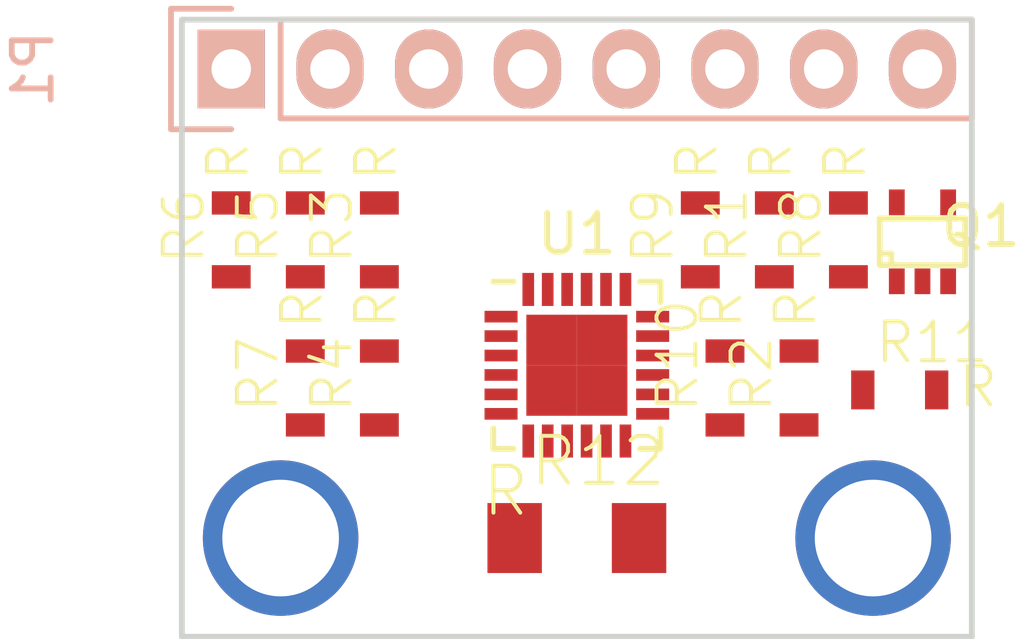
<source format=kicad_pcb>
(kicad_pcb (version 4) (host pcbnew 4.0.7)

  (general
    (links 0)
    (no_connects 0)
    (area -0.075001 -0.075001 20.395001 15.950001)
    (thickness 1.6)
    (drawings 4)
    (tracks 2)
    (zones 0)
    (modules 15)
    (nets 1)
  )

  (page A4)
  (layers
    (0 F.Cu signal)
    (31 B.Cu signal)
    (32 B.Adhes user)
    (33 F.Adhes user)
    (34 B.Paste user)
    (35 F.Paste user)
    (36 B.SilkS user)
    (37 F.SilkS user)
    (38 B.Mask user)
    (39 F.Mask user)
    (40 Dwgs.User user)
    (41 Cmts.User user)
    (42 Eco1.User user)
    (43 Eco2.User user)
    (44 Edge.Cuts user)
    (45 Margin user)
    (46 B.CrtYd user)
    (47 F.CrtYd user)
    (48 B.Fab user)
    (49 F.Fab user)
  )

  (setup
    (last_trace_width 0.25)
    (user_trace_width 0.5)
    (user_trace_width 1)
    (trace_clearance 0.2)
    (zone_clearance 0.4)
    (zone_45_only no)
    (trace_min 0.2)
    (segment_width 0.2)
    (edge_width 0.15)
    (via_size 0.6)
    (via_drill 0.4)
    (via_min_size 0.4)
    (via_min_drill 0.3)
    (user_via 1.2 0.8)
    (user_via 4 3)
    (uvia_size 0.3)
    (uvia_drill 0.1)
    (uvias_allowed no)
    (uvia_min_size 0.2)
    (uvia_min_drill 0.1)
    (pcb_text_width 0.3)
    (pcb_text_size 1.5 1.5)
    (mod_edge_width 0.15)
    (mod_text_size 1 1)
    (mod_text_width 0.15)
    (pad_size 1.524 1.524)
    (pad_drill 0.762)
    (pad_to_mask_clearance 0.2)
    (aux_axis_origin 0 0)
    (visible_elements 7FFCFFFF)
    (pcbplotparams
      (layerselection 0x00030_80000001)
      (usegerberextensions false)
      (excludeedgelayer true)
      (linewidth 0.100000)
      (plotframeref false)
      (viasonmask false)
      (mode 1)
      (useauxorigin false)
      (hpglpennumber 1)
      (hpglpenspeed 20)
      (hpglpendiameter 15)
      (hpglpenoverlay 2)
      (psnegative false)
      (psa4output false)
      (plotreference true)
      (plotvalue true)
      (plotinvisibletext false)
      (padsonsilk false)
      (subtractmaskfromsilk false)
      (outputformat 1)
      (mirror false)
      (drillshape 1)
      (scaleselection 1)
      (outputdirectory ""))
  )

  (net 0 "")

  (net_class Default "これは標準のネット クラスです。"
    (clearance 0.2)
    (trace_width 0.25)
    (via_dia 0.6)
    (via_drill 0.4)
    (uvia_dia 0.3)
    (uvia_drill 0.1)
  )

  (module Pin_Headers:Pin_Header_Straight_1x08 (layer B.Cu) (tedit 0) (tstamp 59E47BD6)
    (at 1.27 1.27 270)
    (descr "Through hole pin header")
    (tags "pin header")
    (path /59E47AEF)
    (fp_text reference P1 (at 0 5.1 270) (layer B.SilkS)
      (effects (font (size 1 1) (thickness 0.15)) (justify mirror))
    )
    (fp_text value CONN_01X08 (at 0 3.1 270) (layer B.Fab)
      (effects (font (size 1 1) (thickness 0.15)) (justify mirror))
    )
    (fp_line (start -1.75 1.75) (end -1.75 -19.55) (layer B.CrtYd) (width 0.05))
    (fp_line (start 1.75 1.75) (end 1.75 -19.55) (layer B.CrtYd) (width 0.05))
    (fp_line (start -1.75 1.75) (end 1.75 1.75) (layer B.CrtYd) (width 0.05))
    (fp_line (start -1.75 -19.55) (end 1.75 -19.55) (layer B.CrtYd) (width 0.05))
    (fp_line (start 1.27 -1.27) (end 1.27 -19.05) (layer B.SilkS) (width 0.15))
    (fp_line (start 1.27 -19.05) (end -1.27 -19.05) (layer B.SilkS) (width 0.15))
    (fp_line (start -1.27 -19.05) (end -1.27 -1.27) (layer B.SilkS) (width 0.15))
    (fp_line (start 1.55 1.55) (end 1.55 0) (layer B.SilkS) (width 0.15))
    (fp_line (start 1.27 -1.27) (end -1.27 -1.27) (layer B.SilkS) (width 0.15))
    (fp_line (start -1.55 0) (end -1.55 1.55) (layer B.SilkS) (width 0.15))
    (fp_line (start -1.55 1.55) (end 1.55 1.55) (layer B.SilkS) (width 0.15))
    (pad 1 thru_hole rect (at 0 0 270) (size 2.032 1.7272) (drill 1.016) (layers *.Cu *.Mask B.SilkS))
    (pad 2 thru_hole oval (at 0 -2.54 270) (size 2.032 1.7272) (drill 1.016) (layers *.Cu *.Mask B.SilkS))
    (pad 3 thru_hole oval (at 0 -5.08 270) (size 2.032 1.7272) (drill 1.016) (layers *.Cu *.Mask B.SilkS))
    (pad 4 thru_hole oval (at 0 -7.62 270) (size 2.032 1.7272) (drill 1.016) (layers *.Cu *.Mask B.SilkS))
    (pad 5 thru_hole oval (at 0 -10.16 270) (size 2.032 1.7272) (drill 1.016) (layers *.Cu *.Mask B.SilkS))
    (pad 6 thru_hole oval (at 0 -12.7 270) (size 2.032 1.7272) (drill 1.016) (layers *.Cu *.Mask B.SilkS))
    (pad 7 thru_hole oval (at 0 -15.24 270) (size 2.032 1.7272) (drill 1.016) (layers *.Cu *.Mask B.SilkS))
    (pad 8 thru_hole oval (at 0 -17.78 270) (size 2.032 1.7272) (drill 1.016) (layers *.Cu *.Mask B.SilkS))
    (model Pin_Headers.3dshapes/Pin_Header_Straight_1x08.wrl
      (at (xyz 0 -0.35 0))
      (scale (xyz 1 1 1))
      (rotate (xyz 0 0 90))
    )
  )

  (module TO_SOT_Packages_SMD:SC-70-5 (layer F.Cu) (tedit 0) (tstamp 59E47BDF)
    (at 19.05 5.715)
    (descr "SC70-5 SOT323-5")
    (path /59E47DFA)
    (attr smd)
    (fp_text reference Q1 (at 1.5 -0.4) (layer F.SilkS)
      (effects (font (size 1 1) (thickness 0.15)))
    )
    (fp_text value FET_N (at 2.2 0.3) (layer F.Fab)
      (effects (font (size 1 1) (thickness 0.15)))
    )
    (fp_line (start -1.1 0.3) (end -0.8 0.3) (layer F.SilkS) (width 0.15))
    (fp_line (start -0.8 0.3) (end -0.8 0.6) (layer F.SilkS) (width 0.15))
    (fp_line (start 1.1 -0.6) (end -1.1 -0.6) (layer F.SilkS) (width 0.15))
    (fp_line (start -1.1 -0.6) (end -1.1 0.6) (layer F.SilkS) (width 0.15))
    (fp_line (start -1.1 0.6) (end 1.1 0.6) (layer F.SilkS) (width 0.15))
    (fp_line (start 1.1 0.6) (end 1.1 -0.6) (layer F.SilkS) (width 0.15))
    (pad 1 smd rect (at -0.6604 1.016) (size 0.4064 0.6604) (layers F.Cu F.Paste F.Mask))
    (pad 3 smd rect (at 0.6604 1.016) (size 0.4064 0.6604) (layers F.Cu F.Paste F.Mask))
    (pad 2 smd rect (at 0 1.016) (size 0.4064 0.6604) (layers F.Cu F.Paste F.Mask))
    (pad 4 smd rect (at 0.6604 -1.016) (size 0.4064 0.6604) (layers F.Cu F.Paste F.Mask))
    (pad 5 smd rect (at -0.6604 -1.016) (size 0.4064 0.6604) (layers F.Cu F.Paste F.Mask))
    (model TO_SOT_Packages_SMD.3dshapes/SC-70-5.wrl
      (at (xyz 0 0 0))
      (scale (xyz 1 1 1))
      (rotate (xyz 0 0 0))
    )
  )

  (module RP_KiCAD_Libs:C1608_WP_S (layer F.Cu) (tedit 59BA34C4) (tstamp 59E47BE5)
    (at 15.24 5.715 90)
    (descr <b>CAPACITOR</b>)
    (path /59E47BFC)
    (fp_text reference R1 (at -0.635 -0.635 90) (layer F.SilkS)
      (effects (font (size 1 1) (thickness 0.1)) (justify left bottom))
    )
    (fp_text value R (at 1.5 0.5 90) (layer F.SilkS)
      (effects (font (size 1 1) (thickness 0.1)) (justify left bottom))
    )
    (fp_line (start -0.356 -0.432) (end 0.356 -0.432) (layer Dwgs.User) (width 0.1016))
    (fp_line (start -0.356 0.419) (end 0.356 0.419) (layer Dwgs.User) (width 0.1016))
    (fp_poly (pts (xy -0.8382 0.4699) (xy -0.3381 0.4699) (xy -0.3381 -0.4801) (xy -0.8382 -0.4801)) (layer Dwgs.User) (width 0))
    (fp_poly (pts (xy 0.3302 0.4699) (xy 0.8303 0.4699) (xy 0.8303 -0.4801) (xy 0.3302 -0.4801)) (layer Dwgs.User) (width 0))
    (fp_poly (pts (xy -0.1999 0.3) (xy 0.1999 0.3) (xy 0.1999 -0.3) (xy -0.1999 -0.3)) (layer F.Adhes) (width 0))
    (pad 1 smd rect (at -0.9 0 90) (size 0.6 1) (layers F.Cu F.Paste F.Mask))
    (pad 2 smd rect (at 1 0 90) (size 0.6 1) (layers F.Cu F.Paste F.Mask))
    (model Resistors_SMD.3dshapes/R_0603.wrl
      (at (xyz 0 0 0))
      (scale (xyz 1 1 1))
      (rotate (xyz 0 0 0))
    )
  )

  (module RP_KiCAD_Libs:C1608_WP_S (layer F.Cu) (tedit 59BA34C4) (tstamp 59E47BEB)
    (at 15.875 9.525 90)
    (descr <b>CAPACITOR</b>)
    (path /59E47D37)
    (fp_text reference R2 (at -0.635 -0.635 90) (layer F.SilkS)
      (effects (font (size 1 1) (thickness 0.1)) (justify left bottom))
    )
    (fp_text value R (at 1.5 0.5 90) (layer F.SilkS)
      (effects (font (size 1 1) (thickness 0.1)) (justify left bottom))
    )
    (fp_line (start -0.356 -0.432) (end 0.356 -0.432) (layer Dwgs.User) (width 0.1016))
    (fp_line (start -0.356 0.419) (end 0.356 0.419) (layer Dwgs.User) (width 0.1016))
    (fp_poly (pts (xy -0.8382 0.4699) (xy -0.3381 0.4699) (xy -0.3381 -0.4801) (xy -0.8382 -0.4801)) (layer Dwgs.User) (width 0))
    (fp_poly (pts (xy 0.3302 0.4699) (xy 0.8303 0.4699) (xy 0.8303 -0.4801) (xy 0.3302 -0.4801)) (layer Dwgs.User) (width 0))
    (fp_poly (pts (xy -0.1999 0.3) (xy 0.1999 0.3) (xy 0.1999 -0.3) (xy -0.1999 -0.3)) (layer F.Adhes) (width 0))
    (pad 1 smd rect (at -0.9 0 90) (size 0.6 1) (layers F.Cu F.Paste F.Mask))
    (pad 2 smd rect (at 1 0 90) (size 0.6 1) (layers F.Cu F.Paste F.Mask))
    (model Resistors_SMD.3dshapes/R_0603.wrl
      (at (xyz 0 0 0))
      (scale (xyz 1 1 1))
      (rotate (xyz 0 0 0))
    )
  )

  (module RP_KiCAD_Libs:C1608_WP_S (layer F.Cu) (tedit 59BA34C4) (tstamp 59E47BF1)
    (at 5.08 5.715 90)
    (descr <b>CAPACITOR</b>)
    (path /59E47D6D)
    (fp_text reference R3 (at -0.635 -0.635 90) (layer F.SilkS)
      (effects (font (size 1 1) (thickness 0.1)) (justify left bottom))
    )
    (fp_text value R (at 1.5 0.5 90) (layer F.SilkS)
      (effects (font (size 1 1) (thickness 0.1)) (justify left bottom))
    )
    (fp_line (start -0.356 -0.432) (end 0.356 -0.432) (layer Dwgs.User) (width 0.1016))
    (fp_line (start -0.356 0.419) (end 0.356 0.419) (layer Dwgs.User) (width 0.1016))
    (fp_poly (pts (xy -0.8382 0.4699) (xy -0.3381 0.4699) (xy -0.3381 -0.4801) (xy -0.8382 -0.4801)) (layer Dwgs.User) (width 0))
    (fp_poly (pts (xy 0.3302 0.4699) (xy 0.8303 0.4699) (xy 0.8303 -0.4801) (xy 0.3302 -0.4801)) (layer Dwgs.User) (width 0))
    (fp_poly (pts (xy -0.1999 0.3) (xy 0.1999 0.3) (xy 0.1999 -0.3) (xy -0.1999 -0.3)) (layer F.Adhes) (width 0))
    (pad 1 smd rect (at -0.9 0 90) (size 0.6 1) (layers F.Cu F.Paste F.Mask))
    (pad 2 smd rect (at 1 0 90) (size 0.6 1) (layers F.Cu F.Paste F.Mask))
    (model Resistors_SMD.3dshapes/R_0603.wrl
      (at (xyz 0 0 0))
      (scale (xyz 1 1 1))
      (rotate (xyz 0 0 0))
    )
  )

  (module RP_KiCAD_Libs:C1608_WP_S (layer F.Cu) (tedit 59BA34C4) (tstamp 59E47BF7)
    (at 5.08 9.525 90)
    (descr <b>CAPACITOR</b>)
    (path /59E47C2C)
    (fp_text reference R4 (at -0.635 -0.635 90) (layer F.SilkS)
      (effects (font (size 1 1) (thickness 0.1)) (justify left bottom))
    )
    (fp_text value R (at 1.5 0.5 90) (layer F.SilkS)
      (effects (font (size 1 1) (thickness 0.1)) (justify left bottom))
    )
    (fp_line (start -0.356 -0.432) (end 0.356 -0.432) (layer Dwgs.User) (width 0.1016))
    (fp_line (start -0.356 0.419) (end 0.356 0.419) (layer Dwgs.User) (width 0.1016))
    (fp_poly (pts (xy -0.8382 0.4699) (xy -0.3381 0.4699) (xy -0.3381 -0.4801) (xy -0.8382 -0.4801)) (layer Dwgs.User) (width 0))
    (fp_poly (pts (xy 0.3302 0.4699) (xy 0.8303 0.4699) (xy 0.8303 -0.4801) (xy 0.3302 -0.4801)) (layer Dwgs.User) (width 0))
    (fp_poly (pts (xy -0.1999 0.3) (xy 0.1999 0.3) (xy 0.1999 -0.3) (xy -0.1999 -0.3)) (layer F.Adhes) (width 0))
    (pad 1 smd rect (at -0.9 0 90) (size 0.6 1) (layers F.Cu F.Paste F.Mask))
    (pad 2 smd rect (at 1 0 90) (size 0.6 1) (layers F.Cu F.Paste F.Mask))
    (model Resistors_SMD.3dshapes/R_0603.wrl
      (at (xyz 0 0 0))
      (scale (xyz 1 1 1))
      (rotate (xyz 0 0 0))
    )
  )

  (module RP_KiCAD_Libs:C1608_WP_S (layer F.Cu) (tedit 59BA34C4) (tstamp 59E47BFD)
    (at 3.175 5.715 90)
    (descr <b>CAPACITOR</b>)
    (path /59E47D3D)
    (fp_text reference R5 (at -0.635 -0.635 90) (layer F.SilkS)
      (effects (font (size 1 1) (thickness 0.1)) (justify left bottom))
    )
    (fp_text value R (at 1.5 0.5 90) (layer F.SilkS)
      (effects (font (size 1 1) (thickness 0.1)) (justify left bottom))
    )
    (fp_line (start -0.356 -0.432) (end 0.356 -0.432) (layer Dwgs.User) (width 0.1016))
    (fp_line (start -0.356 0.419) (end 0.356 0.419) (layer Dwgs.User) (width 0.1016))
    (fp_poly (pts (xy -0.8382 0.4699) (xy -0.3381 0.4699) (xy -0.3381 -0.4801) (xy -0.8382 -0.4801)) (layer Dwgs.User) (width 0))
    (fp_poly (pts (xy 0.3302 0.4699) (xy 0.8303 0.4699) (xy 0.8303 -0.4801) (xy 0.3302 -0.4801)) (layer Dwgs.User) (width 0))
    (fp_poly (pts (xy -0.1999 0.3) (xy 0.1999 0.3) (xy 0.1999 -0.3) (xy -0.1999 -0.3)) (layer F.Adhes) (width 0))
    (pad 1 smd rect (at -0.9 0 90) (size 0.6 1) (layers F.Cu F.Paste F.Mask))
    (pad 2 smd rect (at 1 0 90) (size 0.6 1) (layers F.Cu F.Paste F.Mask))
    (model Resistors_SMD.3dshapes/R_0603.wrl
      (at (xyz 0 0 0))
      (scale (xyz 1 1 1))
      (rotate (xyz 0 0 0))
    )
  )

  (module RP_KiCAD_Libs:C1608_WP_S (layer F.Cu) (tedit 59BA34C4) (tstamp 59E47C03)
    (at 1.27 5.715 90)
    (descr <b>CAPACITOR</b>)
    (path /59E47DB6)
    (fp_text reference R6 (at -0.635 -0.635 90) (layer F.SilkS)
      (effects (font (size 1 1) (thickness 0.1)) (justify left bottom))
    )
    (fp_text value R (at 1.5 0.5 90) (layer F.SilkS)
      (effects (font (size 1 1) (thickness 0.1)) (justify left bottom))
    )
    (fp_line (start -0.356 -0.432) (end 0.356 -0.432) (layer Dwgs.User) (width 0.1016))
    (fp_line (start -0.356 0.419) (end 0.356 0.419) (layer Dwgs.User) (width 0.1016))
    (fp_poly (pts (xy -0.8382 0.4699) (xy -0.3381 0.4699) (xy -0.3381 -0.4801) (xy -0.8382 -0.4801)) (layer Dwgs.User) (width 0))
    (fp_poly (pts (xy 0.3302 0.4699) (xy 0.8303 0.4699) (xy 0.8303 -0.4801) (xy 0.3302 -0.4801)) (layer Dwgs.User) (width 0))
    (fp_poly (pts (xy -0.1999 0.3) (xy 0.1999 0.3) (xy 0.1999 -0.3) (xy -0.1999 -0.3)) (layer F.Adhes) (width 0))
    (pad 1 smd rect (at -0.9 0 90) (size 0.6 1) (layers F.Cu F.Paste F.Mask))
    (pad 2 smd rect (at 1 0 90) (size 0.6 1) (layers F.Cu F.Paste F.Mask))
    (model Resistors_SMD.3dshapes/R_0603.wrl
      (at (xyz 0 0 0))
      (scale (xyz 1 1 1))
      (rotate (xyz 0 0 0))
    )
  )

  (module RP_KiCAD_Libs:C1608_WP_S (layer F.Cu) (tedit 59BA34C4) (tstamp 59E47C09)
    (at 3.175 9.525 90)
    (descr <b>CAPACITOR</b>)
    (path /59E47C54)
    (fp_text reference R7 (at -0.635 -0.635 90) (layer F.SilkS)
      (effects (font (size 1 1) (thickness 0.1)) (justify left bottom))
    )
    (fp_text value R (at 1.5 0.5 90) (layer F.SilkS)
      (effects (font (size 1 1) (thickness 0.1)) (justify left bottom))
    )
    (fp_line (start -0.356 -0.432) (end 0.356 -0.432) (layer Dwgs.User) (width 0.1016))
    (fp_line (start -0.356 0.419) (end 0.356 0.419) (layer Dwgs.User) (width 0.1016))
    (fp_poly (pts (xy -0.8382 0.4699) (xy -0.3381 0.4699) (xy -0.3381 -0.4801) (xy -0.8382 -0.4801)) (layer Dwgs.User) (width 0))
    (fp_poly (pts (xy 0.3302 0.4699) (xy 0.8303 0.4699) (xy 0.8303 -0.4801) (xy 0.3302 -0.4801)) (layer Dwgs.User) (width 0))
    (fp_poly (pts (xy -0.1999 0.3) (xy 0.1999 0.3) (xy 0.1999 -0.3) (xy -0.1999 -0.3)) (layer F.Adhes) (width 0))
    (pad 1 smd rect (at -0.9 0 90) (size 0.6 1) (layers F.Cu F.Paste F.Mask))
    (pad 2 smd rect (at 1 0 90) (size 0.6 1) (layers F.Cu F.Paste F.Mask))
    (model Resistors_SMD.3dshapes/R_0603.wrl
      (at (xyz 0 0 0))
      (scale (xyz 1 1 1))
      (rotate (xyz 0 0 0))
    )
  )

  (module RP_KiCAD_Libs:C1608_WP_S (layer F.Cu) (tedit 59BA34C4) (tstamp 59E47C0F)
    (at 17.145 5.715 90)
    (descr <b>CAPACITOR</b>)
    (path /59E47D43)
    (fp_text reference R8 (at -0.635 -0.635 90) (layer F.SilkS)
      (effects (font (size 1 1) (thickness 0.1)) (justify left bottom))
    )
    (fp_text value R (at 1.5 0.5 90) (layer F.SilkS)
      (effects (font (size 1 1) (thickness 0.1)) (justify left bottom))
    )
    (fp_line (start -0.356 -0.432) (end 0.356 -0.432) (layer Dwgs.User) (width 0.1016))
    (fp_line (start -0.356 0.419) (end 0.356 0.419) (layer Dwgs.User) (width 0.1016))
    (fp_poly (pts (xy -0.8382 0.4699) (xy -0.3381 0.4699) (xy -0.3381 -0.4801) (xy -0.8382 -0.4801)) (layer Dwgs.User) (width 0))
    (fp_poly (pts (xy 0.3302 0.4699) (xy 0.8303 0.4699) (xy 0.8303 -0.4801) (xy 0.3302 -0.4801)) (layer Dwgs.User) (width 0))
    (fp_poly (pts (xy -0.1999 0.3) (xy 0.1999 0.3) (xy 0.1999 -0.3) (xy -0.1999 -0.3)) (layer F.Adhes) (width 0))
    (pad 1 smd rect (at -0.9 0 90) (size 0.6 1) (layers F.Cu F.Paste F.Mask))
    (pad 2 smd rect (at 1 0 90) (size 0.6 1) (layers F.Cu F.Paste F.Mask))
    (model Resistors_SMD.3dshapes/R_0603.wrl
      (at (xyz 0 0 0))
      (scale (xyz 1 1 1))
      (rotate (xyz 0 0 0))
    )
  )

  (module RP_KiCAD_Libs:C1608_WP_S (layer F.Cu) (tedit 59BA34C4) (tstamp 59E47C15)
    (at 13.335 5.715 90)
    (descr <b>CAPACITOR</b>)
    (path /59E47C81)
    (fp_text reference R9 (at -0.635 -0.635 90) (layer F.SilkS)
      (effects (font (size 1 1) (thickness 0.1)) (justify left bottom))
    )
    (fp_text value R (at 1.5 0.5 90) (layer F.SilkS)
      (effects (font (size 1 1) (thickness 0.1)) (justify left bottom))
    )
    (fp_line (start -0.356 -0.432) (end 0.356 -0.432) (layer Dwgs.User) (width 0.1016))
    (fp_line (start -0.356 0.419) (end 0.356 0.419) (layer Dwgs.User) (width 0.1016))
    (fp_poly (pts (xy -0.8382 0.4699) (xy -0.3381 0.4699) (xy -0.3381 -0.4801) (xy -0.8382 -0.4801)) (layer Dwgs.User) (width 0))
    (fp_poly (pts (xy 0.3302 0.4699) (xy 0.8303 0.4699) (xy 0.8303 -0.4801) (xy 0.3302 -0.4801)) (layer Dwgs.User) (width 0))
    (fp_poly (pts (xy -0.1999 0.3) (xy 0.1999 0.3) (xy 0.1999 -0.3) (xy -0.1999 -0.3)) (layer F.Adhes) (width 0))
    (pad 1 smd rect (at -0.9 0 90) (size 0.6 1) (layers F.Cu F.Paste F.Mask))
    (pad 2 smd rect (at 1 0 90) (size 0.6 1) (layers F.Cu F.Paste F.Mask))
    (model Resistors_SMD.3dshapes/R_0603.wrl
      (at (xyz 0 0 0))
      (scale (xyz 1 1 1))
      (rotate (xyz 0 0 0))
    )
  )

  (module RP_KiCAD_Libs:C1608_WP_S (layer F.Cu) (tedit 59BA34C4) (tstamp 59E47C1B)
    (at 13.97 9.525 90)
    (descr <b>CAPACITOR</b>)
    (path /59E47D49)
    (fp_text reference R10 (at -0.635 -0.635 90) (layer F.SilkS)
      (effects (font (size 1 1) (thickness 0.1)) (justify left bottom))
    )
    (fp_text value R (at 1.5 0.5 90) (layer F.SilkS)
      (effects (font (size 1 1) (thickness 0.1)) (justify left bottom))
    )
    (fp_line (start -0.356 -0.432) (end 0.356 -0.432) (layer Dwgs.User) (width 0.1016))
    (fp_line (start -0.356 0.419) (end 0.356 0.419) (layer Dwgs.User) (width 0.1016))
    (fp_poly (pts (xy -0.8382 0.4699) (xy -0.3381 0.4699) (xy -0.3381 -0.4801) (xy -0.8382 -0.4801)) (layer Dwgs.User) (width 0))
    (fp_poly (pts (xy 0.3302 0.4699) (xy 0.8303 0.4699) (xy 0.8303 -0.4801) (xy 0.3302 -0.4801)) (layer Dwgs.User) (width 0))
    (fp_poly (pts (xy -0.1999 0.3) (xy 0.1999 0.3) (xy 0.1999 -0.3) (xy -0.1999 -0.3)) (layer F.Adhes) (width 0))
    (pad 1 smd rect (at -0.9 0 90) (size 0.6 1) (layers F.Cu F.Paste F.Mask))
    (pad 2 smd rect (at 1 0 90) (size 0.6 1) (layers F.Cu F.Paste F.Mask))
    (model Resistors_SMD.3dshapes/R_0603.wrl
      (at (xyz 0 0 0))
      (scale (xyz 1 1 1))
      (rotate (xyz 0 0 0))
    )
  )

  (module RP_KiCAD_Libs:C1608_WP_S (layer F.Cu) (tedit 59BA34C4) (tstamp 59E47C21)
    (at 18.415 9.525)
    (descr <b>CAPACITOR</b>)
    (path /59E47CAF)
    (fp_text reference R11 (at -0.635 -0.635) (layer F.SilkS)
      (effects (font (size 1 1) (thickness 0.1)) (justify left bottom))
    )
    (fp_text value R (at 1.5 0.5) (layer F.SilkS)
      (effects (font (size 1 1) (thickness 0.1)) (justify left bottom))
    )
    (fp_line (start -0.356 -0.432) (end 0.356 -0.432) (layer Dwgs.User) (width 0.1016))
    (fp_line (start -0.356 0.419) (end 0.356 0.419) (layer Dwgs.User) (width 0.1016))
    (fp_poly (pts (xy -0.8382 0.4699) (xy -0.3381 0.4699) (xy -0.3381 -0.4801) (xy -0.8382 -0.4801)) (layer Dwgs.User) (width 0))
    (fp_poly (pts (xy 0.3302 0.4699) (xy 0.8303 0.4699) (xy 0.8303 -0.4801) (xy 0.3302 -0.4801)) (layer Dwgs.User) (width 0))
    (fp_poly (pts (xy -0.1999 0.3) (xy 0.1999 0.3) (xy 0.1999 -0.3) (xy -0.1999 -0.3)) (layer F.Adhes) (width 0))
    (pad 1 smd rect (at -0.9 0) (size 0.6 1) (layers F.Cu F.Paste F.Mask))
    (pad 2 smd rect (at 1 0) (size 0.6 1) (layers F.Cu F.Paste F.Mask))
    (model Resistors_SMD.3dshapes/R_0603.wrl
      (at (xyz 0 0 0))
      (scale (xyz 1 1 1))
      (rotate (xyz 0 0 0))
    )
  )

  (module Housings_DFN_QFN:QFN-24-1EP_4x4mm_Pitch0.5mm (layer F.Cu) (tedit 54130A77) (tstamp 59E47C47)
    (at 10.16 8.89)
    (descr "24-Lead Plastic Quad Flat, No Lead Package (MJ) - 4x4x0.9 mm Body [QFN]; (see Microchip Packaging Specification 00000049BS.pdf)")
    (tags "QFN 0.5")
    (path /59E47BB5)
    (attr smd)
    (fp_text reference U1 (at 0 -3.375) (layer F.SilkS)
      (effects (font (size 1 1) (thickness 0.15)))
    )
    (fp_text value ADM3052 (at 0 3.375) (layer F.Fab)
      (effects (font (size 1 1) (thickness 0.15)))
    )
    (fp_line (start -2.65 -2.65) (end -2.65 2.65) (layer F.CrtYd) (width 0.05))
    (fp_line (start 2.65 -2.65) (end 2.65 2.65) (layer F.CrtYd) (width 0.05))
    (fp_line (start -2.65 -2.65) (end 2.65 -2.65) (layer F.CrtYd) (width 0.05))
    (fp_line (start -2.65 2.65) (end 2.65 2.65) (layer F.CrtYd) (width 0.05))
    (fp_line (start 2.15 -2.15) (end 2.15 -1.625) (layer F.SilkS) (width 0.15))
    (fp_line (start -2.15 2.15) (end -2.15 1.625) (layer F.SilkS) (width 0.15))
    (fp_line (start 2.15 2.15) (end 2.15 1.625) (layer F.SilkS) (width 0.15))
    (fp_line (start -2.15 -2.15) (end -1.625 -2.15) (layer F.SilkS) (width 0.15))
    (fp_line (start -2.15 2.15) (end -1.625 2.15) (layer F.SilkS) (width 0.15))
    (fp_line (start 2.15 2.15) (end 1.625 2.15) (layer F.SilkS) (width 0.15))
    (fp_line (start 2.15 -2.15) (end 1.625 -2.15) (layer F.SilkS) (width 0.15))
    (pad 1 smd rect (at -1.95 -1.25) (size 0.85 0.3) (layers F.Cu F.Paste F.Mask))
    (pad 2 smd rect (at -1.95 -0.75) (size 0.85 0.3) (layers F.Cu F.Paste F.Mask))
    (pad 3 smd rect (at -1.95 -0.25) (size 0.85 0.3) (layers F.Cu F.Paste F.Mask))
    (pad 4 smd rect (at -1.95 0.25) (size 0.85 0.3) (layers F.Cu F.Paste F.Mask))
    (pad 5 smd rect (at -1.95 0.75) (size 0.85 0.3) (layers F.Cu F.Paste F.Mask))
    (pad 6 smd rect (at -1.95 1.25) (size 0.85 0.3) (layers F.Cu F.Paste F.Mask))
    (pad 7 smd rect (at -1.25 1.95 90) (size 0.85 0.3) (layers F.Cu F.Paste F.Mask))
    (pad 8 smd rect (at -0.75 1.95 90) (size 0.85 0.3) (layers F.Cu F.Paste F.Mask))
    (pad 9 smd rect (at -0.25 1.95 90) (size 0.85 0.3) (layers F.Cu F.Paste F.Mask))
    (pad 10 smd rect (at 0.25 1.95 90) (size 0.85 0.3) (layers F.Cu F.Paste F.Mask))
    (pad 11 smd rect (at 0.75 1.95 90) (size 0.85 0.3) (layers F.Cu F.Paste F.Mask))
    (pad 12 smd rect (at 1.25 1.95 90) (size 0.85 0.3) (layers F.Cu F.Paste F.Mask))
    (pad 13 smd rect (at 1.95 1.25) (size 0.85 0.3) (layers F.Cu F.Paste F.Mask))
    (pad 14 smd rect (at 1.95 0.75) (size 0.85 0.3) (layers F.Cu F.Paste F.Mask))
    (pad 15 smd rect (at 1.95 0.25) (size 0.85 0.3) (layers F.Cu F.Paste F.Mask))
    (pad 16 smd rect (at 1.95 -0.25) (size 0.85 0.3) (layers F.Cu F.Paste F.Mask))
    (pad 17 smd rect (at 1.95 -0.75) (size 0.85 0.3) (layers F.Cu F.Paste F.Mask))
    (pad 18 smd rect (at 1.95 -1.25) (size 0.85 0.3) (layers F.Cu F.Paste F.Mask))
    (pad 19 smd rect (at 1.25 -1.95 90) (size 0.85 0.3) (layers F.Cu F.Paste F.Mask))
    (pad 20 smd rect (at 0.75 -1.95 90) (size 0.85 0.3) (layers F.Cu F.Paste F.Mask))
    (pad 21 smd rect (at 0.25 -1.95 90) (size 0.85 0.3) (layers F.Cu F.Paste F.Mask))
    (pad 22 smd rect (at -0.25 -1.95 90) (size 0.85 0.3) (layers F.Cu F.Paste F.Mask))
    (pad 23 smd rect (at -0.75 -1.95 90) (size 0.85 0.3) (layers F.Cu F.Paste F.Mask))
    (pad 24 smd rect (at -1.25 -1.95 90) (size 0.85 0.3) (layers F.Cu F.Paste F.Mask))
    (pad 25 smd rect (at 0.65 0.65) (size 1.3 1.3) (layers F.Cu F.Paste F.Mask)
      (solder_paste_margin_ratio -0.2))
    (pad 25 smd rect (at 0.65 -0.65) (size 1.3 1.3) (layers F.Cu F.Paste F.Mask)
      (solder_paste_margin_ratio -0.2))
    (pad 25 smd rect (at -0.65 0.65) (size 1.3 1.3) (layers F.Cu F.Paste F.Mask)
      (solder_paste_margin_ratio -0.2))
    (pad 25 smd rect (at -0.65 -0.65) (size 1.3 1.3) (layers F.Cu F.Paste F.Mask)
      (solder_paste_margin_ratio -0.2))
    (model Housings_DFN_QFN.3dshapes/QFN-24-1EP_4x4mm_Pitch0.5mm.wrl
      (at (xyz 0 0 0))
      (scale (xyz 1 1 1))
      (rotate (xyz 0 0 0))
    )
  )

  (module RP_KiCAD_Libs:C3216_S (layer F.Cu) (tedit 59C0787B) (tstamp 59E47D85)
    (at 10.16 13.335)
    (descr <b>CAPACITOR</b>)
    (path /59E47D4F)
    (fp_text reference R12 (at -1.27 -1.27) (layer F.SilkS)
      (effects (font (size 1.2065 1.2065) (thickness 0.1016)) (justify left bottom))
    )
    (fp_text value R (at -2.5 -0.5) (layer F.SilkS)
      (effects (font (size 1.2065 1.2065) (thickness 0.1016)) (justify left bottom))
    )
    (fp_line (start -0.965 -0.787) (end 0.965 -0.787) (layer Dwgs.User) (width 0.1016))
    (fp_line (start -0.965 0.787) (end 0.965 0.787) (layer Dwgs.User) (width 0.1016))
    (fp_poly (pts (xy -1.7018 0.8509) (xy -0.9517 0.8509) (xy -0.9517 -0.8491) (xy -1.7018 -0.8491)) (layer Dwgs.User) (width 0))
    (fp_poly (pts (xy 0.9517 0.8491) (xy 1.7018 0.8491) (xy 1.7018 -0.8509) (xy 0.9517 -0.8509)) (layer Dwgs.User) (width 0))
    (fp_poly (pts (xy -0.3 0.5001) (xy 0.3 0.5001) (xy 0.3 -0.5001) (xy -0.3 -0.5001)) (layer F.Adhes) (width 0))
    (pad 1 smd rect (at -1.6 0) (size 1.4 1.8) (layers F.Cu F.Paste F.Mask))
    (pad 2 smd rect (at 1.6 0) (size 1.4 1.8) (layers F.Cu F.Paste F.Mask))
    (model Resistors_SMD.3dshapes/R_1206.wrl
      (at (xyz 0 0 0))
      (scale (xyz 1 1 1))
      (rotate (xyz 0 0 0))
    )
  )

  (gr_line (start 0 15.875) (end 0 0) (angle 90) (layer Edge.Cuts) (width 0.15))
  (gr_line (start 20.32 15.875) (end 0 15.875) (angle 90) (layer Edge.Cuts) (width 0.15))
  (gr_line (start 20.32 0) (end 20.32 15.875) (angle 90) (layer Edge.Cuts) (width 0.15))
  (gr_line (start 0 0) (end 20.32 0) (angle 90) (layer Edge.Cuts) (width 0.15))

  (via (at 2.54 13.335) (size 4) (drill 3) (layers F.Cu B.Cu) (net 0))
  (via (at 17.78 13.335) (size 4) (drill 3) (layers F.Cu B.Cu) (net 0))

)

</source>
